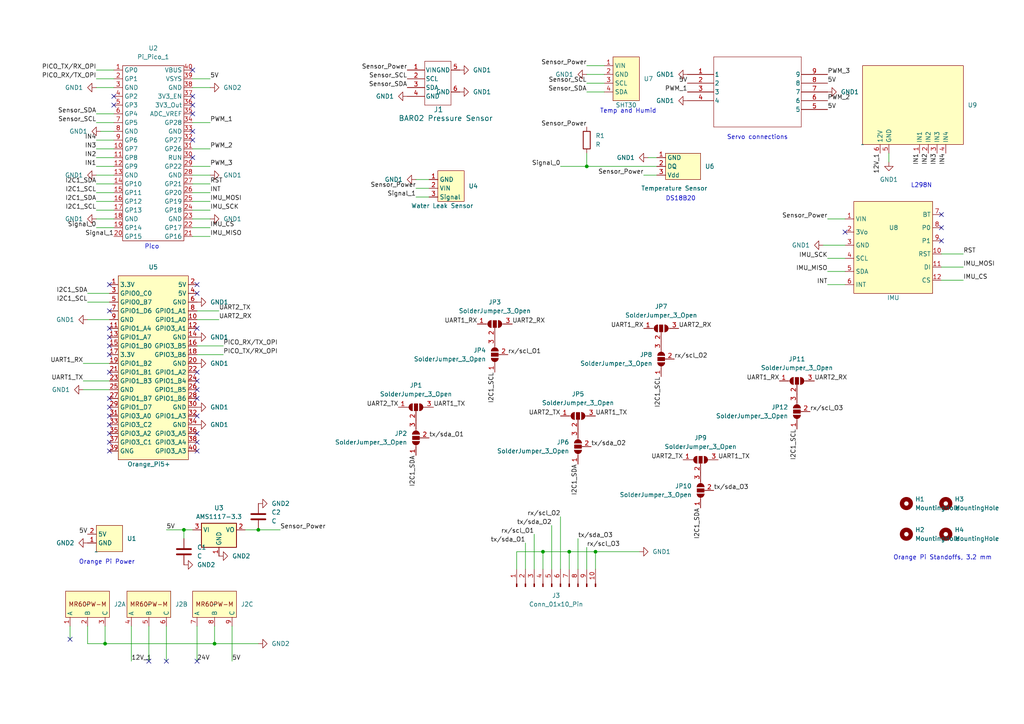
<source format=kicad_sch>
(kicad_sch (version 20231120) (generator "eeschema") (generator_version "8.0")
  (paper "A4")
  (lib_symbols
    (symbol "2024-backplane:MR60PW-M_X3"
      (property "Reference" "J" (at -3.81 11.43 0))
      (symbol "MR60PW-M_X3_1_1"
        (rectangle (start -10.16 10.16) (end 2.54 2.54) (fill (type background)))
        (text "MR60PW-M\n" (at -3.81 6.35 0) (effects (font (size 1.27 1.27))))
        (pin bidirectional line (at -8.89 0 90) (length 2.54) (name "A") (number "1"))
        (pin bidirectional line (at -3.81 0 90) (length 2.54) (name "B") (number "2"))
        (pin bidirectional line (at 1.27 0 90) (length 2.54) (name "C") (number "3"))
      )
      (symbol "MR60PW-M_X3_2_1"
        (rectangle (start -10.16 10.16) (end 2.54 2.54) (fill (type background)))
        (text "MR60PW-M\n" (at -3.81 6.35 0) (effects (font (size 1.27 1.27))))
        (pin bidirectional line (at -8.89 0 90) (length 2.54) (name "A") (number "4"))
        (pin bidirectional line (at -3.81 0 90) (length 2.54) (name "B") (number "5"))
        (pin bidirectional line (at 1.27 0 90) (length 2.54) (name "C") (number "6"))
      )
      (symbol "MR60PW-M_X3_3_1"
        (rectangle (start -10.16 10.16) (end 2.54 2.54) (fill (type background)))
        (text "MR60PW-M\n" (at -3.81 6.35 0) (effects (font (size 1.27 1.27))))
        (pin bidirectional line (at -8.89 0 90) (length 2.54) (name "A") (number "7"))
        (pin bidirectional line (at -3.81 0 90) (length 2.54) (name "B") (number "8"))
        (pin bidirectional line (at 1.27 0 90) (length 2.54) (name "C") (number "9"))
      )
    )
    (symbol "3x3 90 pin header:TSW-103-08-G-T-RA" (pin_names (offset 0.254))
      (property "Reference" "J" (at 20.32 10.16 0))
      (property "Value" "TSW-103-08-G-T-RA" (at 20.32 7.62 0))
      (symbol "TSW-103-08-G-T-RA_0_1"
        (polyline (pts (xy 7.62 -15.24) (xy 33.02 -15.24)) (stroke (width 0.127)))
        (polyline (pts (xy 7.62 5.08) (xy 7.62 -15.24)) (stroke (width 0.127)))
        (polyline (pts (xy 33.02 -15.24) (xy 33.02 5.08)) (stroke (width 0.127)))
        (polyline (pts (xy 33.02 5.08) (xy 7.62 5.08)) (stroke (width 0.127)))
        (pin unspecified line (at 0 0 0) (length 7.62) (name "1") (number "1"))
        (pin unspecified line (at 0 -2.54 0) (length 7.62) (name "2") (number "2"))
        (pin unspecified line (at 0 -5.08 0) (length 7.62) (name "3") (number "3"))
        (pin unspecified line (at 0 -7.62 0) (length 7.62) (name "4") (number "4"))
        (pin unspecified line (at 40.64 -10.16 180) (length 7.62) (name "5") (number "5"))
        (pin unspecified line (at 40.64 -7.62 180) (length 7.62) (name "6") (number "6"))
        (pin unspecified line (at 40.64 -5.08 180) (length 7.62) (name "7") (number "7"))
        (pin unspecified line (at 40.64 -2.54 180) (length 7.62) (name "8") (number "8"))
        (pin unspecified line (at 40.64 0 180) (length 7.62) (name "9") (number "9"))
      )
    )
    (symbol "Connector:Conn_01x10_Pin" (pin_names (offset 1.016) hide)
      (property "Reference" "J" (at 0 12.7 0))
      (property "Value" "Conn_01x10_Pin" (at 0 -15.24 0))
      (symbol "Conn_01x10_Pin_1_1"
        (polyline (pts (xy 1.27 -12.7) (xy 0.8636 -12.7)) (stroke (width 0.1524)))
        (polyline (pts (xy 1.27 -10.16) (xy 0.8636 -10.16)) (stroke (width 0.1524)))
        (polyline (pts (xy 1.27 -7.62) (xy 0.8636 -7.62)) (stroke (width 0.1524)))
        (polyline (pts (xy 1.27 -5.08) (xy 0.8636 -5.08)) (stroke (width 0.1524)))
        (polyline (pts (xy 1.27 -2.54) (xy 0.8636 -2.54)) (stroke (width 0.1524)))
        (polyline (pts (xy 1.27 0) (xy 0.8636 0)) (stroke (width 0.1524)))
        (polyline (pts (xy 1.27 2.54) (xy 0.8636 2.54)) (stroke (width 0.1524)))
        (polyline (pts (xy 1.27 5.08) (xy 0.8636 5.08)) (stroke (width 0.1524)))
        (polyline (pts (xy 1.27 7.62) (xy 0.8636 7.62)) (stroke (width 0.1524)))
        (polyline (pts (xy 1.27 10.16) (xy 0.8636 10.16)) (stroke (width 0.1524)))
        (rectangle (start 0.8636 -12.573) (end 0 -12.827) (stroke (width 0.1524)) (fill (type outline)))
        (rectangle (start 0.8636 -10.033) (end 0 -10.287) (stroke (width 0.1524)) (fill (type outline)))
        (rectangle (start 0.8636 -7.493) (end 0 -7.747) (stroke (width 0.1524)) (fill (type outline)))
        (rectangle (start 0.8636 -4.953) (end 0 -5.207) (stroke (width 0.1524)) (fill (type outline)))
        (rectangle (start 0.8636 -2.413) (end 0 -2.667) (stroke (width 0.1524)) (fill (type outline)))
        (rectangle (start 0.8636 0.127) (end 0 -0.127) (stroke (width 0.1524)) (fill (type outline)))
        (rectangle (start 0.8636 2.667) (end 0 2.413) (stroke (width 0.1524)) (fill (type outline)))
        (rectangle (start 0.8636 5.207) (end 0 4.953) (stroke (width 0.1524)) (fill (type outline)))
        (rectangle (start 0.8636 7.747) (end 0 7.493) (stroke (width 0.1524)) (fill (type outline)))
        (rectangle (start 0.8636 10.287) (end 0 10.033) (stroke (width 0.1524)) (fill (type outline)))
        (pin passive line (at 5.08 10.16 180) (length 3.81) (name "Pin_1") (number "1"))
        (pin passive line (at 5.08 -12.7 180) (length 3.81) (name "Pin_10") (number "10"))
        (pin passive line (at 5.08 7.62 180) (length 3.81) (name "Pin_2") (number "2"))
        (pin passive line (at 5.08 5.08 180) (length 3.81) (name "Pin_3") (number "3"))
        (pin passive line (at 5.08 2.54 180) (length 3.81) (name "Pin_4") (number "4"))
        (pin passive line (at 5.08 0 180) (length 3.81) (name "Pin_5") (number "5"))
        (pin passive line (at 5.08 -2.54 180) (length 3.81) (name "Pin_6") (number "6"))
        (pin passive line (at 5.08 -5.08 180) (length 3.81) (name "Pin_7") (number "7"))
        (pin passive line (at 5.08 -7.62 180) (length 3.81) (name "Pin_8") (number "8"))
        (pin passive line (at 5.08 -10.16 180) (length 3.81) (name "Pin_9") (number "9"))
      )
    )
    (symbol "Device:C" (pin_numbers hide) (pin_names (offset 0.254))
      (property "Reference" "C" (at 0.635 2.54 0))
      (property "Value" "C" (at 0.635 -2.54 0))
      (symbol "C_0_1"
        (polyline (pts (xy -2.032 -0.762) (xy 2.032 -0.762)) (stroke (width 0.508)))
        (polyline (pts (xy -2.032 0.762) (xy 2.032 0.762)) (stroke (width 0.508)))
      )
      (symbol "C_1_1"
        (pin passive line (at 0 3.81 270) (length 2.794) (name "~") (number "1"))
        (pin passive line (at 0 -3.81 90) (length 2.794) (name "~") (number "2"))
      )
    )
    (symbol "Device:R" (pin_numbers hide) (pin_names (offset 0))
      (property "Reference" "R" (at 2.032 0 90))
      (property "Value" "R" (at 0 0 90))
      (symbol "R_0_1"
        (rectangle (start -1.016 -2.54) (end 1.016 2.54) (stroke (width 0.254)))
      )
      (symbol "R_1_1"
        (pin passive line (at 0 3.81 270) (length 1.27) (name "~") (number "1"))
        (pin passive line (at 0 -3.81 90) (length 1.27) (name "~") (number "2"))
      )
    )
    (symbol "JST connector:SM04B-GHS-TB" (pin_names (offset 0.254))
      (property "Reference" "J1" (at 7.62 -11.43 0))
      (property "Value" "BAR02 Pressure Sensor" (at -2.54 -13.97 0))
      (symbol "SM04B-GHS-TB_1_1"
        (polyline (pts (xy 5.08 -10.16) (xy 12.7 -10.16)) (stroke (width 0.127)))
        (polyline (pts (xy 5.08 2.54) (xy 5.08 -10.16)) (stroke (width 0.127)))
        (polyline (pts (xy 12.7 -10.16) (xy 12.7 2.54)) (stroke (width 0.127)))
        (polyline (pts (xy 12.7 2.54) (xy 5.08 2.54)) (stroke (width 0.127)))
        (pin input line (at 0 0 0) (length 5.08) (name "VIN") (number "1"))
        (pin bidirectional line (at 0 -2.54 0) (length 5.08) (name "SCL") (number "2"))
        (pin bidirectional line (at 0 -5.08 0) (length 5.08) (name "SDA") (number "3"))
        (pin output line (at 0 -7.62 0) (length 5.08) (name "GND") (number "4"))
        (pin output line (at 15.24 0 180) (length 2.54) (name "GND") (number "5"))
        (pin output line (at 15.24 -6.35 180) (length 2.54) (name "GND") (number "6"))
      )
      (symbol "SM04B-GHS-TB_1_2"
        (polyline (pts (xy 5.08 -10.16) (xy 12.7 -10.16)) (stroke (width 0.127)))
        (polyline (pts (xy 5.08 2.54) (xy 5.08 -10.16)) (stroke (width 0.127)))
        (polyline (pts (xy 7.62 -7.62) (xy 5.08 -7.62)) (stroke (width 0.127)))
        (polyline (pts (xy 7.62 -7.62) (xy 8.89 -8.4667)) (stroke (width 0.127)))
        (polyline (pts (xy 7.62 -7.62) (xy 8.89 -6.7733)) (stroke (width 0.127)))
        (polyline (pts (xy 7.62 -5.08) (xy 5.08 -5.08)) (stroke (width 0.127)))
        (polyline (pts (xy 7.62 -5.08) (xy 8.89 -5.9267)) (stroke (width 0.127)))
        (polyline (pts (xy 7.62 -5.08) (xy 8.89 -4.2333)) (stroke (width 0.127)))
        (polyline (pts (xy 7.62 -2.54) (xy 5.08 -2.54)) (stroke (width 0.127)))
        (polyline (pts (xy 7.62 -2.54) (xy 8.89 -3.3867)) (stroke (width 0.127)))
        (polyline (pts (xy 7.62 -2.54) (xy 8.89 -1.6933)) (stroke (width 0.127)))
        (polyline (pts (xy 7.62 0) (xy 5.08 0)) (stroke (width 0.127)))
        (polyline (pts (xy 7.62 0) (xy 8.89 -0.8467)) (stroke (width 0.127)))
        (polyline (pts (xy 7.62 0) (xy 8.89 0.8467)) (stroke (width 0.127)))
        (polyline (pts (xy 12.7 -10.16) (xy 12.7 2.54)) (stroke (width 0.127)))
        (polyline (pts (xy 12.7 2.54) (xy 5.08 2.54)) (stroke (width 0.127)))
        (pin unspecified line (at 0 0 0) (length 5.08) (name "1") (number "1"))
        (pin unspecified line (at 0 -2.54 0) (length 5.08) (name "2") (number "2"))
        (pin unspecified line (at 0 -5.08 0) (length 5.08) (name "3") (number "3"))
        (pin unspecified line (at 0 -7.62 0) (length 5.08) (name "4") (number "4"))
      )
    )
    (symbol "Jumper:SolderJumper_3_Open" (pin_names (offset 0) hide)
      (property "Reference" "JP" (at -2.54 -2.54 0))
      (property "Value" "SolderJumper_3_Open" (at 0 2.794 0))
      (symbol "SolderJumper_3_Open_0_1"
        (arc (start -1.016 1.016) (mid -2.0276 0) (end -1.016 -1.016))
        (arc (start -1.016 1.016) (mid -2.0276 0) (end -1.016 -1.016) (fill (type outline)))
        (rectangle (start -0.508 1.016) (end 0.508 -1.016) (fill (type outline)))
        (polyline (pts (xy -2.54 0) (xy -2.032 0)))
        (polyline (pts (xy -1.016 1.016) (xy -1.016 -1.016)))
        (polyline (pts (xy 0 -1.27) (xy 0 -1.016)))
        (polyline (pts (xy 1.016 1.016) (xy 1.016 -1.016)))
        (polyline (pts (xy 2.54 0) (xy 2.032 0)))
        (arc (start 1.016 -1.016) (mid 2.0276 0) (end 1.016 1.016))
        (arc (start 1.016 -1.016) (mid 2.0276 0) (end 1.016 1.016) (fill (type outline)))
      )
      (symbol "SolderJumper_3_Open_1_1"
        (pin passive line (at -5.08 0 0) (length 2.54) (name "A") (number "1"))
        (pin passive line (at 0 -3.81 90) (length 2.54) (name "C") (number "2"))
        (pin passive line (at 5.08 0 180) (length 2.54) (name "B") (number "3"))
      )
    )
    (symbol "Mechanical:MountingHole" (pin_names (offset 1.016))
      (property "Reference" "H" (at 0 5.08 0))
      (property "Value" "MountingHole" (at 0 3.175 0))
      (symbol "MountingHole_0_1"
        (circle (center 0 0) (radius 1.27) (stroke (width 1.27)))
      )
    )
    (symbol "Orange_Pi5+_GPIO:2x40_GPIO"
      (property "Reference" "U" (at 8.89 55.88 0))
      (symbol "2x40_GPIO_1_1"
        (rectangle (start 0 53.34) (end 20.32 0) (fill (type background)))
        (pin output line (at -2.54 50.8 0) (length 2.54) (name "3.3V") (number "1"))
        (pin bidirectional line (at 22.86 40.64 180) (length 2.54) (name "GPIO1_A0") (number "10"))
        (pin bidirectional line (at -2.54 38.1 0) (length 2.54) (name "GPIO1_A4") (number "11"))
        (pin bidirectional line (at 22.86 38.1 180) (length 2.54) (name "GPIO3_A1") (number "12"))
        (pin bidirectional line (at -2.54 35.56 0) (length 2.54) (name "GPIO1_A7") (number "13"))
        (pin input line (at 22.86 35.56 180) (length 2.54) (name "GND") (number "14"))
        (pin bidirectional line (at -2.54 33.02 0) (length 2.54) (name "GPIO1_B0") (number "15"))
        (pin bidirectional line (at 22.86 33.02 180) (length 2.54) (name "GPIO3_B5") (number "16"))
        (pin output line (at -2.54 30.48 0) (length 2.54) (name "3.3V") (number "17"))
        (pin bidirectional line (at 22.86 30.48 180) (length 2.54) (name "GPIO3_B6") (number "18"))
        (pin bidirectional line (at -2.54 27.94 0) (length 2.54) (name "GPIO1_B2") (number "19"))
        (pin output line (at 22.86 50.8 180) (length 2.54) (name "5V") (number "2"))
        (pin input line (at 22.86 27.94 180) (length 2.54) (name "GND") (number "20"))
        (pin bidirectional line (at -2.54 25.4 0) (length 2.54) (name "GPIO1_B1") (number "21"))
        (pin bidirectional line (at 22.86 25.4 180) (length 2.54) (name "GPIO1_A2") (number "22"))
        (pin bidirectional line (at -2.54 22.86 0) (length 2.54) (name "GPIO1_B3") (number "23"))
        (pin bidirectional line (at 22.86 22.86 180) (length 2.54) (name "GPIO1_B4") (number "24"))
        (pin input line (at -2.54 20.32 0) (length 2.54) (name "GND") (number "25"))
        (pin bidirectional line (at 22.86 20.32 180) (length 2.54) (name "GPIO1_B5") (number "26"))
        (pin bidirectional line (at -2.54 17.78 0) (length 2.54) (name "GPIO1_B7") (number "27"))
        (pin bidirectional line (at 22.86 17.78 180) (length 2.54) (name "GPIO1_B6") (number "28"))
        (pin bidirectional line (at -2.54 15.24 0) (length 2.54) (name "GPIO1_D7") (number "29"))
        (pin bidirectional line (at -2.54 48.26 0) (length 2.54) (name "GPIO0_C0") (number "3"))
        (pin input line (at 22.86 15.24 180) (length 2.54) (name "GND") (number "30"))
        (pin bidirectional line (at -2.54 12.7 0) (length 2.54) (name "GPIO3_A0") (number "31"))
        (pin bidirectional line (at 22.86 12.7 180) (length 2.54) (name "GPIO1_A3") (number "32"))
        (pin bidirectional line (at -2.54 10.16 0) (length 2.54) (name "GPIO3_C2") (number "33"))
        (pin input line (at 22.86 10.16 180) (length 2.54) (name "GND") (number "34"))
        (pin bidirectional line (at -2.54 7.62 0) (length 2.54) (name "GPIO3_A2") (number "35"))
        (pin bidirectional line (at 22.86 7.62 180) (length 2.54) (name "GPIO3_A5") (number "36"))
        (pin bidirectional line (at -2.54 5.08 0) (length 2.54) (name "GPIO3_C1") (number "37"))
        (pin bidirectional line (at 22.86 5.08 180) (length 2.54) (name "GPIO3_A4") (number "38"))
        (pin input line (at -2.54 2.54 0) (length 2.54) (name "GNG") (number "39"))
        (pin output line (at 22.86 48.26 180) (length 2.54) (name "5V") (number "4"))
        (pin bidirectional line (at 22.86 2.54 180) (length 2.54) (name "GPIO3_A3") (number "40"))
        (pin bidirectional line (at -2.54 45.72 0) (length 2.54) (name "GPIO0_B7") (number "5"))
        (pin input line (at 22.86 45.72 180) (length 2.54) (name "GND") (number "6"))
        (pin bidirectional line (at -2.54 43.18 0) (length 2.54) (name "GPIO1_D6") (number "7"))
        (pin bidirectional line (at 22.86 43.18 180) (length 2.54) (name "GPIO1_A1") (number "8"))
        (pin input line (at -2.54 40.64 0) (length 2.54) (name "GND") (number "9"))
      )
    )
    (symbol "Orange_Pi5+_GPIO:Power_Out"
      (property "Reference" "U1" (at 8.89 3.81 0))
      (property "Value" "~" (at 0 0 0))
      (symbol "Power_Out_1_1"
        (rectangle (start 0 7.62) (end 7.62 0) (fill (type background)))
        (pin input line (at -2.54 2.54 0) (length 2.54) (name "GND") (number "1"))
        (pin output line (at -2.54 5.08 0) (length 2.54) (name "5V") (number "2"))
      )
    )
    (symbol "Pi_Pico:Pi_Pico_1"
      (property "Reference" "U" (at 0 19.05 0))
      (property "Value" "Pi_Pico_1" (at 0 0 0))
      (symbol "Pi_Pico_1_0_1"
        (rectangle (start -8.89 17.78) (end 8.89 -33.02))
      )
      (symbol "Pi_Pico_1_1_1"
        (pin bidirectional line (at -11.43 16.51 0) (length 2.54) (name "GP0") (number "1"))
        (pin bidirectional line (at -11.43 -6.35 0) (length 2.54) (name "GP7") (number "10"))
        (pin bidirectional line (at -11.43 -8.89 0) (length 2.54) (name "GP8") (number "11"))
        (pin bidirectional line (at -11.43 -11.43 0) (length 2.54) (name "GP9") (number "12"))
        (pin power_in line (at -11.43 -13.97 0) (length 2.54) (name "GND") (number "13"))
        (pin bidirectional line (at -11.43 -16.51 0) (length 2.54) (name "GP10") (number "14"))
        (pin bidirectional line (at -11.43 -19.05 0) (length 2.54) (name "GP11") (number "15"))
        (pin bidirectional line (at -11.43 -21.59 0) (length 2.54) (name "GP12") (number "16"))
        (pin bidirectional line (at -11.43 -24.13 0) (length 2.54) (name "GP13") (number "17"))
        (pin power_in line (at -11.43 -26.67 0) (length 2.54) (name "GND") (number "18"))
        (pin bidirectional line (at -11.43 -29.21 0) (length 2.54) (name "GP14") (number "19"))
        (pin bidirectional line (at -11.43 13.97 0) (length 2.54) (name "GP1") (number "2"))
        (pin bidirectional line (at -11.43 -31.75 0) (length 2.54) (name "GP15") (number "20"))
        (pin bidirectional line (at 11.43 -31.75 180) (length 2.54) (name "GP16") (number "21"))
        (pin bidirectional line (at 11.43 -29.21 180) (length 2.54) (name "GP17") (number "22"))
        (pin power_in line (at 11.43 -26.67 180) (length 2.54) (name "GND") (number "23"))
        (pin bidirectional line (at 11.43 -24.13 180) (length 2.54) (name "GP18") (number "24"))
        (pin bidirectional line (at 11.43 -21.59 180) (length 2.54) (name "GP19") (number "25"))
        (pin bidirectional line (at 11.43 -19.05 180) (length 2.54) (name "GP20") (number "26"))
        (pin bidirectional line (at 11.43 -16.51 180) (length 2.54) (name "GP21") (number "27"))
        (pin power_in line (at 11.43 -13.97 180) (length 2.54) (name "GND") (number "28"))
        (pin bidirectional line (at 11.43 -11.43 180) (length 2.54) (name "GP22") (number "29"))
        (pin power_in line (at -11.43 11.43 0) (length 2.54) (name "GND") (number "3"))
        (pin input line (at 11.43 -8.89 180) (length 2.54) (name "RUN") (number "30"))
        (pin bidirectional line (at 11.43 -6.35 180) (length 2.54) (name "GP26") (number "31"))
        (pin bidirectional line (at 11.43 -3.81 180) (length 2.54) (name "GP27") (number "32"))
        (pin power_in line (at 11.43 -1.27 180) (length 2.54) (name "GND") (number "33"))
        (pin bidirectional line (at 11.43 1.27 180) (length 2.54) (name "GP28") (number "34"))
        (pin bidirectional line (at 11.43 3.81 180) (length 2.54) (name "ADC_VREF") (number "35"))
        (pin power_out line (at 11.43 6.35 180) (length 2.54) (name "3V3_Out") (number "36"))
        (pin input line (at 11.43 8.89 180) (length 2.54) (name "3V3_EN") (number "37"))
        (pin power_in line (at 11.43 11.43 180) (length 2.54) (name "GND") (number "38"))
        (pin power_in line (at 11.43 13.97 180) (length 2.54) (name "VSYS") (number "39"))
        (pin bidirectional line (at -11.43 8.89 0) (length 2.54) (name "GP2") (number "4"))
        (pin power_in line (at 11.43 16.51 180) (length 2.54) (name "VBUS") (number "40"))
        (pin bidirectional line (at -11.43 6.35 0) (length 2.54) (name "GP3") (number "5"))
        (pin bidirectional line (at -11.43 3.81 0) (length 2.54) (name "GP4") (number "6"))
        (pin bidirectional line (at -11.43 1.27 0) (length 2.54) (name "GP5") (number "7"))
        (pin power_in line (at -11.43 -1.27 0) (length 2.54) (name "GND") (number "8"))
        (pin bidirectional line (at -11.43 -3.81 0) (length 2.54) (name "GP6") (number "9"))
      )
    )
    (symbol "Regulator_Linear:AMS1117-3.3"
      (property "Reference" "U" (at -3.81 3.175 0))
      (property "Value" "AMS1117-3.3" (at 0 3.175 0))
      (symbol "AMS1117-3.3_0_1"
        (rectangle (start -5.08 -5.08) (end 5.08 1.905) (stroke (width 0.254)) (fill (type background)))
      )
      (symbol "AMS1117-3.3_1_1"
        (pin power_in line (at 0 -7.62 90) (length 2.54) (name "GND") (number "1"))
        (pin power_out line (at 7.62 0 180) (length 2.54) (name "VO") (number "2"))
        (pin power_in line (at -7.62 0 0) (length 2.54) (name "VI") (number "3"))
      )
    )
    (symbol "Sensors&Servos:DS18B20"
      (property "Reference" "U" (at 2.54 8.89 0))
      (symbol "DS18B20_1_1"
        (rectangle (start 0 7.62) (end 10.16 0) (fill (type background)))
        (pin output line (at -2.54 6.35 0) (length 2.54) (name "GND") (number "1"))
        (pin bidirectional line (at -2.54 3.81 0) (length 2.54) (name "DQ") (number "2"))
        (pin input line (at -2.54 1.27 0) (length 2.54) (name "Vdd") (number "3"))
      )
    )
    (symbol "Sensors&Servos:IMU"
      (property "Reference" "U" (at 11.43 29.21 0))
      (symbol "IMU_1_1"
        (rectangle (start 0 26.67) (end 22.86 0) (fill (type background)))
        (pin input line (at -2.54 21.59 0) (length 2.54) (name "VIN") (number "1"))
        (pin bidirectional line (at 25.4 11.43 180) (length 2.54) (name "RST") (number "10"))
        (pin bidirectional line (at 25.4 7.62 180) (length 2.54) (name "DI") (number "11"))
        (pin bidirectional line (at 25.4 3.81 180) (length 2.54) (name "CS") (number "12"))
        (pin input line (at -2.54 17.78 0) (length 2.54) (name "3Vo") (number "2"))
        (pin output line (at -2.54 13.97 0) (length 2.54) (name "GND") (number "3"))
        (pin bidirectional line (at -2.54 10.16 0) (length 2.54) (name "SCL") (number "4"))
        (pin bidirectional line (at -2.54 6.35 0) (length 2.54) (name "SDA") (number "5"))
        (pin bidirectional line (at -2.54 2.54 0) (length 2.54) (name "INT") (number "6"))
        (pin bidirectional line (at 25.4 22.86 180) (length 2.54) (name "BT") (number "7"))
        (pin bidirectional line (at 25.4 19.05 180) (length 2.54) (name "P0") (number "8"))
        (pin bidirectional line (at 25.4 15.24 180) (length 2.54) (name "P1") (number "9"))
      )
    )
    (symbol "Sensors&Servos:L298N_pins"
      (property "Reference" "U11" (at 11.43 15.24 0))
      (property "Value" "~" (at 0 0 0))
      (symbol "L298N_pins_1_1"
        (rectangle (start 0 22.86) (end 29.21 0) (fill (type background)))
        (pin bidirectional line (at 16.51 -2.54 90) (length 2.54) (name "IN1") (number "1"))
        (pin bidirectional line (at 19.05 -2.54 90) (length 2.54) (name "IN2") (number "2"))
        (pin bidirectional line (at 21.59 -2.54 90) (length 2.54) (name "IN3") (number "3"))
        (pin bidirectional line (at 24.13 -2.54 90) (length 2.54) (name "IN4") (number "4"))
        (pin output line (at 7.62 -2.54 90) (length 2.54) (name "GND") (number "5"))
        (pin input line (at 5.08 -2.54 90) (length 2.54) (name "12V") (number "6"))
      )
    )
    (symbol "Sensors&Servos:Temp_Humidity"
      (property "Reference" "U" (at 3.81 13.97 0))
      (symbol "Temp_Humidity_1_1"
        (rectangle (start 0 12.7) (end 7.62 0) (fill (type background)))
        (pin input line (at -2.54 10.16 0) (length 2.54) (name "VIN") (number "1"))
        (pin output line (at -2.54 7.62 0) (length 2.54) (name "GND") (number "2"))
        (pin bidirectional line (at -2.54 5.08 0) (length 2.54) (name "SCL") (number "3"))
        (pin bidirectional line (at -2.54 2.54 0) (length 2.54) (name "SDA") (number "4"))
      )
    )
    (symbol "Sensors&Servos:Water_Leak"
      (property "Reference" "U5" (at 8.89 4.445 0))
      (property "Value" "Water Level Sensor" (at 2.54 -1.27 0))
      (symbol "Water_Leak_1_1"
        (rectangle (start 0 8.89) (end 7.62 0) (fill (type background)))
        (pin output line (at -2.54 6.35 0) (length 2.54) (name "GND") (number "1"))
        (pin input line (at -2.54 3.81 0) (length 2.54) (name "VIN") (number "2"))
        (pin bidirectional line (at -2.54 1.27 0) (length 2.54) (name "Signal") (number "3"))
      )
    )
    (symbol "power:GND1" (power) (pin_names (offset 0))
      (property "Value" "GND1" (at 0 -3.81 0))
      (symbol "GND1_0_1"
        (polyline (pts (xy 0 0) (xy 0 -1.27) (xy 1.27 -1.27) (xy 0 -2.54) (xy -1.27 -1.27) (xy 0 -1.27)))
      )
      (symbol "GND1_1_1"
        (pin power_in line (at 0 0 270) (length 0) hide (name "GND1") (number "1"))
      )
    )
    (symbol "power:GND2" (power) (pin_names (offset 0))
      (property "Value" "GND2" (at 0 -3.81 0))
      (symbol "GND2_0_1"
        (polyline (pts (xy 0 0) (xy 0 -1.27) (xy 1.27 -1.27) (xy 0 -2.54) (xy -1.27 -1.27) (xy 0 -1.27)))
      )
      (symbol "GND2_1_1"
        (pin power_in line (at 0 0 270) (length 0) hide (name "GND2") (number "1"))
      )
    )
  )
  (junction (at 172.72 160.02))
  (junction (at 170.18 48.26))
  (junction (at 53.34 153.67))
  (junction (at 74.93 153.67))
  (junction (at 62.23 186.69))
  (junction (at 157.48 160.02))
  (junction (at 30.48 186.69))
  (junction (at 165.1 160.02))
  (no_connect (at 57.15 113.03))
  (no_connect (at 57.15 115.57))
  (no_connect (at 57.15 110.49))
  (no_connect (at 48.26 191.77))
  (no_connect (at 245.11 67.31))
  (no_connect (at 55.88 40.64))
  (no_connect (at 31.75 130.81))
  (no_connect (at 31.75 102.87))
  (no_connect (at 31.75 97.79))
  (no_connect (at 33.02 27.94))
  (no_connect (at 273.05 69.85))
  (no_connect (at 31.75 125.73))
  (no_connect (at 57.15 82.55))
  (no_connect (at 43.18 191.77))
  (no_connect (at 57.15 191.77))
  (no_connect (at 57.15 128.27))
  (no_connect (at 55.88 30.48))
  (no_connect (at 55.88 38.1))
  (no_connect (at 57.15 125.73))
  (no_connect (at 31.75 120.65))
  (no_connect (at 55.88 27.94))
  (no_connect (at 20.32 185.42))
  (no_connect (at 55.88 20.32))
  (no_connect (at 273.05 62.23))
  (no_connect (at 31.75 118.11))
  (no_connect (at 57.15 85.09))
  (no_connect (at 273.05 66.04))
  (no_connect (at 55.88 45.72))
  (no_connect (at 31.75 115.57))
  (no_connect (at 31.75 123.19))
  (no_connect (at 31.75 95.25))
  (no_connect (at 33.02 30.48))
  (no_connect (at 31.75 100.33))
  (no_connect (at 57.15 130.81))
  (no_connect (at 57.15 120.65))
  (no_connect (at 55.88 33.02))
  (no_connect (at 57.15 107.95))
  (no_connect (at 31.75 82.55))
  (no_connect (at 57.15 95.25))
  (no_connect (at 31.75 107.95))
  (no_connect (at 31.75 128.27))
  (no_connect (at 31.75 90.17))
  (wire (pts (xy 162.56 149.86) (xy 162.56 165.1)))
  (wire (pts (xy 165.1 160.02) (xy 172.72 160.02)))
  (wire (pts (xy 30.48 186.69) (xy 62.23 186.69)))
  (wire (pts (xy 27.94 20.32) (xy 33.02 20.32)))
  (wire (pts (xy 57.15 102.87) (xy 64.77 102.87)))
  (wire (pts (xy 170.18 48.26) (xy 190.5 48.26)))
  (wire (pts (xy 257.81 46.99) (xy 257.81 44.45)))
  (wire (pts (xy 53.34 153.67) (xy 53.34 156.21)))
  (wire (pts (xy 55.88 25.4) (xy 60.96 25.4)))
  (wire (pts (xy 160.02 152.4) (xy 160.02 165.1)))
  (wire (pts (xy 62.23 186.69) (xy 74.93 186.69)))
  (wire (pts (xy 167.64 156.21) (xy 167.64 165.1)))
  (wire (pts (xy 120.65 57.15) (xy 124.46 57.15)))
  (wire (pts (xy 55.88 55.88) (xy 60.96 55.88)))
  (wire (pts (xy 55.88 58.42) (xy 60.96 58.42)))
  (wire (pts (xy 27.94 55.88) (xy 33.02 55.88)))
  (wire (pts (xy 170.18 21.59) (xy 175.26 21.59)))
  (wire (pts (xy 27.94 60.96) (xy 33.02 60.96)))
  (wire (pts (xy 157.48 160.02) (xy 157.48 165.1)))
  (wire (pts (xy 55.88 60.96) (xy 60.96 60.96)))
  (wire (pts (xy 27.94 58.42) (xy 33.02 58.42)))
  (wire (pts (xy 279.4 81.28) (xy 273.05 81.28)))
  (wire (pts (xy 27.94 40.64) (xy 33.02 40.64)))
  (wire (pts (xy 240.03 78.74) (xy 245.11 78.74)))
  (wire (pts (xy 27.94 25.4) (xy 33.02 25.4)))
  (wire (pts (xy 172.72 160.02) (xy 185.42 160.02)))
  (wire (pts (xy 238.76 71.12) (xy 245.11 71.12)))
  (wire (pts (xy 170.18 24.13) (xy 175.26 24.13)))
  (wire (pts (xy 170.18 26.67) (xy 175.26 26.67)))
  (wire (pts (xy 43.18 181.61) (xy 43.18 191.77)))
  (wire (pts (xy 55.88 68.58) (xy 60.96 68.58)))
  (wire (pts (xy 27.94 50.8) (xy 33.02 50.8)))
  (wire (pts (xy 279.4 77.47) (xy 273.05 77.47)))
  (wire (pts (xy 25.4 186.69) (xy 30.48 186.69)))
  (wire (pts (xy 25.4 181.61) (xy 25.4 186.69)))
  (wire (pts (xy 71.12 153.67) (xy 74.93 153.67)))
  (wire (pts (xy 240.03 63.5) (xy 245.11 63.5)))
  (wire (pts (xy 27.94 33.02) (xy 33.02 33.02)))
  (wire (pts (xy 240.03 82.55) (xy 245.11 82.55)))
  (wire (pts (xy 62.23 181.61) (xy 62.23 186.69)))
  (wire (pts (xy 154.94 154.94) (xy 154.94 165.1)))
  (wire (pts (xy 29.21 38.1) (xy 33.02 38.1)))
  (wire (pts (xy 27.94 43.18) (xy 33.02 43.18)))
  (wire (pts (xy 55.88 66.04) (xy 60.96 66.04)))
  (wire (pts (xy 57.15 90.17) (xy 63.5 90.17)))
  (wire (pts (xy 240.03 74.93) (xy 245.11 74.93)))
  (wire (pts (xy 157.48 160.02) (xy 165.1 160.02)))
  (wire (pts (xy 60.96 43.18) (xy 55.88 43.18)))
  (wire (pts (xy 24.13 105.41) (xy 31.75 105.41)))
  (wire (pts (xy 25.4 92.71) (xy 31.75 92.71)))
  (wire (pts (xy 27.94 66.04) (xy 33.02 66.04)))
  (wire (pts (xy 162.56 48.26) (xy 170.18 48.26)))
  (wire (pts (xy 30.48 181.61) (xy 30.48 186.69)))
  (wire (pts (xy 24.13 113.03) (xy 31.75 113.03)))
  (wire (pts (xy 24.13 110.49) (xy 31.75 110.49)))
  (wire (pts (xy 25.4 87.63) (xy 31.75 87.63)))
  (wire (pts (xy 27.94 45.72) (xy 33.02 45.72)))
  (wire (pts (xy 27.94 35.56) (xy 33.02 35.56)))
  (wire (pts (xy 53.34 153.67) (xy 55.88 153.67)))
  (wire (pts (xy 27.94 53.34) (xy 33.02 53.34)))
  (wire (pts (xy 27.94 22.86) (xy 33.02 22.86)))
  (wire (pts (xy 120.65 52.07) (xy 124.46 52.07)))
  (wire (pts (xy 57.15 92.71) (xy 63.5 92.71)))
  (wire (pts (xy 60.96 35.56) (xy 55.88 35.56)))
  (wire (pts (xy 170.18 158.75) (xy 170.18 165.1)))
  (wire (pts (xy 187.96 45.72) (xy 190.5 45.72)))
  (wire (pts (xy 38.1 181.61) (xy 38.1 191.77)))
  (wire (pts (xy 120.65 54.61) (xy 124.46 54.61)))
  (wire (pts (xy 25.4 85.09) (xy 31.75 85.09)))
  (wire (pts (xy 20.32 181.61) (xy 20.32 185.42)))
  (wire (pts (xy 55.88 53.34) (xy 60.96 53.34)))
  (wire (pts (xy 170.18 19.05) (xy 175.26 19.05)))
  (wire (pts (xy 27.94 63.5) (xy 33.02 63.5)))
  (wire (pts (xy 48.26 181.61) (xy 48.26 191.77)))
  (wire (pts (xy 172.72 160.02) (xy 172.72 165.1)))
  (wire (pts (xy 55.88 48.26) (xy 60.96 48.26)))
  (wire (pts (xy 170.18 44.45) (xy 170.18 48.26)))
  (wire (pts (xy 186.69 50.8) (xy 190.5 50.8)))
  (wire (pts (xy 152.4 157.48) (xy 152.4 165.1)))
  (wire (pts (xy 57.15 181.61) (xy 57.15 191.77)))
  (wire (pts (xy 57.15 100.33) (xy 64.77 100.33)))
  (wire (pts (xy 165.1 160.02) (xy 165.1 165.1)))
  (wire (pts (xy 149.86 160.02) (xy 149.86 165.1)))
  (wire (pts (xy 149.86 160.02) (xy 157.48 160.02)))
  (wire (pts (xy 279.4 73.66) (xy 273.05 73.66)))
  (wire (pts (xy 55.88 50.8) (xy 60.96 50.8)))
  (wire (pts (xy 74.93 153.67) (xy 81.28 153.67)))
  (wire (pts (xy 67.31 181.61) (xy 67.31 191.77)))
  (wire (pts (xy 27.94 48.26) (xy 33.02 48.26)))
  (wire (pts (xy 55.88 63.5) (xy 60.96 63.5)))
  (wire (pts (xy 48.26 153.67) (xy 53.34 153.67)))
  (wire (pts (xy 55.88 22.86) (xy 60.96 22.86)))
  (text "DS18B20\n" (at 193.04 58.42 0) (effects (font (size 1.27 1.27)) (justify left bottom)))
  (text "Orange Pi Power\n" (at 22.86 163.83 0) (effects (font (size 1.27 1.27)) (justify left bottom)))
  (text "Orange Pi Standoffs, 3.2 mm\n" (at 259.08 162.56 0) (effects (font (size 1.27 1.27)) (justify left bottom)))
  (text "Servo connections" (at 210.82 40.64 0) (effects (font (size 1.27 1.27)) (justify left bottom)))
  (text "Temp and Humid\n" (at 173.99 33.02 0) (effects (font (size 1.27 1.27)) (justify left bottom)))
  (text "L298N\n" (at 264.16 54.61 0) (effects (font (size 1.27 1.27)) (justify left bottom)))
  (text "Pico" (at 41.91 72.39 0) (effects (font (size 1.27 1.27)) (justify left bottom)))
  (label "IN4" (at 27.94 40.64 180))
  (label "PICO_TX{slash}RX_OPI" (at 27.94 20.32 180))
  (label "UART2_TX" (at 115.57 118.11 180))
  (label "I2C1_SDA" (at 27.94 58.42 180))
  (label "I2C1_SCL" (at 27.94 55.88 180))
  (label "Sensor_Power" (at 186.69 50.8 180))
  (label "IMU_CS" (at 60.96 66.04 0))
  (label "Sensor_SCL" (at 27.94 35.56 180))
  (label "PWM_3" (at 240.03 21.59 0))
  (label "PWM_1" (at 199.39 26.67 180))
  (label "UART1_TX" (at 208.28 133.35 0))
  (label "I2C1_SCL" (at 27.94 60.96 180))
  (label "PICO_RX{slash}TX_OPI" (at 64.77 100.33 0))
  (label "5V" (at 25.4 154.94 180))
  (label "RST" (at 279.4 73.66 0))
  (label "PWM_3" (at 60.96 48.26 0))
  (label "UART2_RX" (at 63.5 92.71 0))
  (label "UART1_RX" (at 24.13 105.41 180))
  (label "rx{slash}scl_O3" (at 170.18 158.75 0))
  (label "5V" (at 60.96 22.86 0))
  (label "IMU_MISO" (at 240.03 78.74 180))
  (label "rx{slash}scl_O1" (at 154.94 154.94 180))
  (label "INT" (at 60.96 55.88 0))
  (label "IMU_SCK" (at 240.03 74.93 180))
  (label "UART2_RX" (at 196.85 95.25 0))
  (label "UART1_RX" (at 226.06 110.49 180))
  (label "Sensor_SCL" (at 170.18 24.13 180))
  (label "UART2_RX" (at 148.59 93.98 0))
  (label "tx{slash}sda_O2" (at 160.02 152.4 180))
  (label "rx{slash}scl_O2" (at 195.58 104.14 0))
  (label "5V" (at 48.26 153.67 0))
  (label "IN3" (at 271.78 44.45 270))
  (label "I2C1_SDA" (at 120.65 132.08 270))
  (label "24V" (at 57.15 191.77 0))
  (label "UART2_TX" (at 63.5 90.17 0))
  (label "IN2" (at 27.94 45.72 180))
  (label "IMU_MISO" (at 60.96 68.58 0))
  (label "IN1" (at 27.94 48.26 180))
  (label "I2C1_SDA" (at 25.4 85.09 180))
  (label "rx{slash}scl_O3" (at 234.95 119.38 0))
  (label "Signal_0" (at 162.56 48.26 180))
  (label "5V" (at 240.03 24.13 0))
  (label "UART2_RX" (at 236.22 110.49 0))
  (label "12V_1" (at 255.27 44.45 270))
  (label "5V" (at 240.03 31.75 0))
  (label "I2C1_SDA" (at 27.94 53.34 180))
  (label "UART1_RX" (at 186.69 95.25 180))
  (label "IN4" (at 274.32 44.45 270))
  (label "5V" (at 199.39 24.13 180))
  (label "UART1_TX" (at 125.73 118.11 0))
  (label "rx{slash}scl_O1" (at 147.32 102.87 0))
  (label "I2C1_SCL" (at 191.77 109.22 270))
  (label "IN1" (at 266.7 44.45 270))
  (label "I2C1_SDA" (at 203.2 147.32 270))
  (label "IMU_CS" (at 279.4 81.28 0))
  (label "PWM_2" (at 240.03 29.21 0))
  (label "Sensor_Power" (at 118.11 20.32 180))
  (label "INT" (at 240.03 82.55 180))
  (label "I2C1_SDA" (at 167.64 134.62 270))
  (label "tx{slash}sda_O3" (at 207.01 142.24 0))
  (label "Sensor_SDA" (at 27.94 33.02 180))
  (label "PICO_TX{slash}RX_OPI" (at 64.77 102.87 0))
  (label "PICO_RX{slash}TX_OPI" (at 27.94 22.86 180))
  (label "IN3" (at 27.94 43.18 180))
  (label "Signal_1" (at 120.65 57.15 180))
  (label "Sensor_Power" (at 120.65 54.61 180))
  (label "Sensor_Power" (at 240.03 63.5 180))
  (label "IN2" (at 269.24 44.45 270))
  (label "tx{slash}sda_O1" (at 124.46 127 0))
  (label "IMU_MOSI" (at 279.4 77.47 0))
  (label "IMU_SCK" (at 60.96 60.96 0))
  (label "I2C1_SCL" (at 143.51 107.95 270))
  (label "tx{slash}sda_O3" (at 167.64 156.21 0))
  (label "UART1_RX" (at 138.43 93.98 180))
  (label "Sensor_Power" (at 170.18 19.05 180))
  (label "PWM_2" (at 60.96 43.18 0))
  (label "5V" (at 67.31 191.77 0))
  (label "Sensor_SDA" (at 170.18 26.67 180))
  (label "rx{slash}scl_O2" (at 162.56 149.86 180))
  (label "UART1_TX" (at 24.13 110.49 180))
  (label "Signal_0" (at 27.94 66.04 180))
  (label "RST" (at 60.96 53.34 0))
  (label "Sensor_SCL" (at 118.11 22.86 180))
  (label "I2C1_SCL" (at 231.14 124.46 270))
  (label "12V_1" (at 38.1 191.77 0))
  (label "UART2_TX" (at 162.56 120.65 180))
  (label "tx{slash}sda_O1" (at 152.4 157.48 180))
  (label "Sensor_Power" (at 81.28 153.67 0))
  (label "Sensor_SDA" (at 118.11 25.4 180))
  (label "Sensor_Power" (at 170.18 36.83 180))
  (label "tx{slash}sda_O2" (at 171.45 129.54 0))
  (label "PWM_1" (at 60.96 35.56 0))
  (label "I2C1_SCL" (at 25.4 87.63 180))
  (label "IMU_MOSI" (at 60.96 58.42 0))
  (label "UART1_TX" (at 172.72 120.65 0))
  (label "Signal_1" (at 33.02 68.58 180))
  (label "UART2_TX" (at 198.12 133.35 180))
  (symbol (lib_id "Sensors&Servos:L298N_pins") (at 250.19 41.91 0) (unit 1)
    (property "Reference" "U9" (at 280.67 30.48 0) (effects (justify left)))
    (property "Value" "~" (at 250.19 41.91 0))
    (property "Footprint" "MainBoard_Footprints:L298N" (effects (hide yes)))
  )
  (symbol (lib_id "power:GND1") (at 120.65 52.07 270) (unit 1)
    (property "Reference" "#PWR015" (effects (hide yes)))
    (property "Value" "GND1" (at 116.84 52.07 90) (effects (justify right)))
  )
  (symbol (lib_id "Sensors&Servos:DS18B20") (at 193.04 52.07 0) (unit 1)
    (property "Reference" "U6" (at 204.47 48.26 0) (effects (justify left)))
    (property "Value" "Temperature Sensor" (at 195.58 54.61 0))
    (property "Footprint" "Connector_PinHeader_2.54mm:PinHeader_1x03_P2.54mm_Horizontal" (effects (hide yes)))
  )
  (symbol (lib_id "Jumper:SolderJumper_3_Open") (at 231.14 119.38 90) (unit 1)
    (property "Reference" "JP12" (at 228.6 118.11 90) (effects (justify left)))
    (property "Value" "SolderJumper_3_Open" (at 228.6 120.65 90) (effects (justify left)))
    (property "Footprint" "Jumper:SolderJumper-3_P2.0mm_Open_TrianglePad1.0x1.5mm" (effects (hide yes)))
  )
  (symbol (lib_id "power:GND2") (at 74.93 146.05 90) (unit 1)
    (property "Reference" "#PWR014" (effects (hide yes)))
    (property "Value" "GND2" (at 78.74 146.05 90) (effects (justify right)))
  )
  (symbol (lib_id "power:GND1") (at 27.94 25.4 270) (unit 1)
    (property "Reference" "#PWR01" (effects (hide yes)))
    (property "Value" "GND1" (at 24.13 25.4 90) (effects (justify right)))
  )
  (symbol (lib_id "Sensors&Servos:Temp_Humidity") (at 177.8 29.21 0) (unit 1)
    (property "Reference" "U7" (at 186.69 22.86 0) (effects (justify left)))
    (property "Value" "SHT30" (at 181.61 30.48 0))
    (property "Footprint" "MainBoard_Footprints:SHT30" (effects (hide yes)))
  )
  (symbol (lib_id "Jumper:SolderJumper_3_Open") (at 120.65 118.11 0) (unit 1)
    (property "Reference" "JP1" (at 120.65 111.76 0))
    (property "Value" "SolderJumper_3_Open" (at 120.65 114.3 0))
    (property "Footprint" "Jumper:SolderJumper-3_P2.0mm_Open_TrianglePad1.0x1.5mm" (effects (hide yes)))
  )
  (symbol (lib_id "Pi_Pico:Pi_Pico_1") (at 44.45 36.83 0) (unit 1)
    (property "Reference" "U2" (at 44.45 13.97 0))
    (property "Value" "Pi_Pico_1" (at 44.45 16.51 0))
    (property "Footprint" "MainBoard_Footprints:ESP32-S3-Pico" (effects (hide yes)))
  )
  (symbol (lib_id "power:GND1") (at 170.18 21.59 270) (unit 1)
    (property "Reference" "#PWR025" (effects (hide yes)))
    (property "Value" "GND1" (at 166.37 21.59 90) (effects (justify right)))
  )
  (symbol (lib_id "Regulator_Linear:AMS1117-3.3") (at 63.5 153.67 0) (unit 1)
    (property "Reference" "U3" (at 63.5 147.32 0))
    (property "Value" "AMS1117-3.3" (at 63.5 149.86 0))
    (property "Footprint" "Package_TO_SOT_SMD:SOT-223-3_TabPin2" (effects (hide yes)))
    (property "Datasheet" "http://www.advanced-monolithic.com/pdf/ds1117.pdf" (effects (hide yes)))
  )
  (symbol (lib_id "power:GND1") (at 29.21 38.1 270) (unit 1)
    (property "Reference" "#PWR04" (effects (hide yes)))
    (property "Value" "GND1" (at 25.4 38.1 90) (effects (justify right)))
  )
  (symbol (lib_id "power:GND2") (at 25.4 157.48 270) (unit 1)
    (property "Reference" "#PWR05" (effects (hide yes)))
    (property "Value" "GND2" (at 21.59 157.48 90) (effects (justify right)))
  )
  (symbol (lib_id "Jumper:SolderJumper_3_Open") (at 191.77 104.14 90) (unit 1)
    (property "Reference" "JP8" (at 189.23 102.87 90) (effects (justify left)))
    (property "Value" "SolderJumper_3_Open" (at 189.23 105.41 90) (effects (justify left)))
    (property "Footprint" "Jumper:SolderJumper-3_P2.0mm_Open_TrianglePad1.0x1.5mm" (effects (hide yes)))
  )
  (symbol (lib_id "power:GND1") (at 238.76 71.12 270) (unit 1)
    (property "Reference" "#PWR026" (effects (hide yes)))
    (property "Value" "GND1" (at 234.95 71.12 90) (effects (justify right)))
  )
  (symbol (lib_id "power:GND2") (at 74.93 186.69 90) (unit 1)
    (property "Reference" "#PWR024" (effects (hide yes)))
    (property "Value" "GND2" (at 78.74 186.69 90) (effects (justify right)))
  )
  (symbol (lib_id "Connector:Conn_01x10_Pin") (at 160.02 170.18 90) (unit 1)
    (property "Reference" "J3" (at 161.29 172.72 90))
    (property "Value" "Conn_01x10_Pin" (at 161.29 175.26 90))
    (property "Footprint" "MainBoard_Footprints:CardEdge_2x10 (2)" (effects (hide yes)))
  )
  (symbol (lib_id "power:GND2") (at 63.5 161.29 90) (unit 1)
    (property "Reference" "#PWR010" (effects (hide yes)))
    (property "Value" "GND2" (at 67.31 161.29 90) (effects (justify right)))
  )
  (symbol (lib_id "2024-backplane:MR60PW-M_X3") (at 29.21 181.61 0) (unit 1)
    (property "Reference" "J2" (at 33.02 175.26 0) (effects (justify left)))
    (property "Value" "~" (at 25.4 175.26 0))
    (property "Footprint" "MainBoard_Footprints:MR60PW-M_X3 (2)" (effects (hide yes)))
    (property "Datasheet" "https://www.tme.com/Document/fd4b3517709a946d7b01cf4810656931/MR60PW-M.pdf" (effects (hide yes)))
  )
  (symbol (lib_id "power:GND1") (at 60.96 50.8 90) (unit 1)
    (property "Reference" "#PWR012" (effects (hide yes)))
    (property "Value" "GND1" (at 64.77 50.8 90) (effects (justify right)))
  )
  (symbol (lib_id "Mechanical:MountingHole") (at 262.89 154.94 0) (unit 1)
    (property "Reference" "H2" (at 265.43 153.67 0) (effects (justify left)))
    (property "Value" "MountingHole" (at 265.43 156.21 0) (effects (justify left)))
    (property "Footprint" "MountingHole:MountingHole_3.2mm_M3" (effects (hide yes)))
  )
  (symbol (lib_id "2024-backplane:MR60PW-M_X3") (at 46.99 181.61 0) (unit 2)
    (property "Reference" "J2" (at 50.8 175.26 0) (effects (justify left)))
    (property "Value" "~" (at 43.18 175.26 0))
    (property "Footprint" "MainBoard_Footprints:MR60PW-M_X3 (2)" (effects (hide yes)))
    (property "Datasheet" "https://www.tme.com/Document/fd4b3517709a946d7b01cf4810656931/MR60PW-M.pdf" (effects (hide yes)))
  )
  (symbol (lib_id "Device:C") (at 53.34 160.02 180) (unit 1)
    (property "Reference" "C1" (at 57.15 158.75 0) (effects (justify right)))
    (property "Value" "C" (at 57.15 161.29 0) (effects (justify right)))
    (property "Footprint" "Capacitor_SMD:C_0805_2012Metric_Pad1.18x1.45mm_HandSolder" (effects (hide yes)))
  )
  (symbol (lib_id "Mechanical:MountingHole") (at 262.89 146.05 0) (unit 1)
    (property "Reference" "H1" (at 265.43 144.78 0) (effects (justify left)))
    (property "Value" "MountingHole" (at 265.43 147.32 0) (effects (justify left)))
    (property "Footprint" "MountingHole:MountingHole_3.2mm_M3" (effects (hide yes)))
  )
  (symbol (lib_id "power:GND1") (at 57.15 97.79 90) (unit 1)
    (property "Reference" "#PWR020" (effects (hide yes)))
    (property "Value" "GND1" (at 60.96 97.79 90) (effects (justify right)))
  )
  (symbol (lib_id "2024-backplane:MR60PW-M_X3") (at 66.04 181.61 0) (unit 3)
    (property "Reference" "J2" (at 69.85 175.26 0) (effects (justify left)))
    (property "Value" "~" (at 62.23 175.26 0))
    (property "Footprint" "MainBoard_Footprints:MR60PW-M_X3 (2)" (effects (hide yes)))
    (property "Datasheet" "https://www.tme.com/Document/fd4b3517709a946d7b01cf4810656931/MR60PW-M.pdf" (effects (hide yes)))
  )
  (symbol (lib_id "Jumper:SolderJumper_3_Open") (at 203.2 142.24 90) (unit 1)
    (property "Reference" "JP10" (at 200.66 140.97 90) (effects (justify left)))
    (property "Value" "SolderJumper_3_Open" (at 200.66 143.51 90) (effects (justify left)))
    (property "Footprint" "Jumper:SolderJumper-3_P2.0mm_Open_TrianglePad1.0x1.5mm" (effects (hide yes)))
  )
  (symbol (lib_id "power:GND1") (at 57.15 123.19 90) (unit 1)
    (property "Reference" "#PWR023" (effects (hide yes)))
    (property "Value" "GND1" (at 60.96 123.19 90) (effects (justify right)))
  )
  (symbol (lib_id "power:GND1") (at 25.4 92.71 270) (unit 1)
    (property "Reference" "#PWR017" (effects (hide yes)))
    (property "Value" "GND1" (at 21.59 92.71 90) (effects (justify right)))
  )
  (symbol (lib_id "Jumper:SolderJumper_3_Open") (at 167.64 120.65 0) (unit 1)
    (property "Reference" "JP5" (at 167.64 114.3 0))
    (property "Value" "SolderJumper_3_Open" (at 167.64 116.84 0))
    (property "Footprint" "Jumper:SolderJumper-3_P2.0mm_Open_TrianglePad1.0x1.5mm" (effects (hide yes)))
  )
  (symbol (lib_id "Jumper:SolderJumper_3_Open") (at 120.65 127 90) (unit 1)
    (property "Reference" "JP2" (at 118.11 125.73 90) (effects (justify left)))
    (property "Value" "SolderJumper_3_Open" (at 118.11 128.27 90) (effects (justify left)))
    (property "Footprint" "Jumper:SolderJumper-3_P2.0mm_Open_TrianglePad1.0x1.5mm" (effects (hide yes)))
  )
  (symbol (lib_id "power:GND1") (at 57.15 87.63 90) (unit 1)
    (property "Reference" "#PWR019" (effects (hide yes)))
    (property "Value" "GND1" (at 60.96 87.63 90) (effects (justify right)))
  )
  (symbol (lib_id "power:GND1") (at 60.96 63.5 90) (unit 1)
    (property "Reference" "#PWR013" (effects (hide yes)))
    (property "Value" "GND1" (at 64.77 63.5 90) (effects (justify right)))
  )
  (symbol (lib_id "power:GND1") (at 118.11 27.94 270) (unit 1)
    (property "Reference" "#PWR06" (effects (hide yes)))
    (property "Value" "GND1" (at 114.3 27.94 90) (effects (justify right)))
  )
  (symbol (lib_id "power:GND1") (at 133.35 20.32 90) (unit 1)
    (property "Reference" "#PWR08" (effects (hide yes)))
    (property "Value" "GND1" (at 137.16 20.32 90) (effects (justify right)))
  )
  (symbol (lib_id "Mechanical:MountingHole") (at 274.32 154.94 0) (unit 1)
    (property "Reference" "H4" (at 276.86 153.67 0) (effects (justify left)))
    (property "Value" "MountingHole" (at 276.86 156.21 0) (effects (justify left)))
    (property "Footprint" "MountingHole:MountingHole_3.2mm_M3" (effects (hide yes)))
  )
  (symbol (lib_id "Orange_Pi5+_GPIO:2x40_GPIO") (at 34.29 133.35 0) (unit 1)
    (property "Reference" "U5" (at 44.45 77.47 0))
    (property "Value" "Orange_Pi5+" (at 43.18 134.62 0))
    (property "Footprint" "Connector_PinHeader_2.54mm:PinHeader_2x20_P2.54mm_Vertical" (effects (hide yes)))
  )
  (symbol (lib_id "power:GND2") (at 53.34 163.83 90) (unit 1)
    (property "Reference" "#PWR07" (effects (hide yes)))
    (property "Value" "GND2" (at 57.15 163.83 90) (effects (justify right)))
  )
  (symbol (lib_id "power:GND1") (at 257.81 46.99 0) (unit 1)
    (property "Reference" "#PWR031" (effects (hide yes)))
    (property "Value" "GND1" (at 257.81 52.07 0))
  )
  (symbol (lib_id "Jumper:SolderJumper_3_Open") (at 143.51 102.87 90) (unit 1)
    (property "Reference" "JP4" (at 140.97 101.6 90) (effects (justify left)))
    (property "Value" "SolderJumper_3_Open" (at 140.97 104.14 90) (effects (justify left)))
    (property "Footprint" "Jumper:SolderJumper-3_P2.0mm_Open_TrianglePad1.0x1.5mm" (effects (hide yes)))
  )
  (symbol (lib_id "power:GND2") (at 60.96 25.4 90) (unit 1)
    (property "Reference" "#PWR011" (effects (hide yes)))
    (property "Value" "GND2" (at 64.77 25.4 90) (effects (justify right)))
  )
  (symbol (lib_id "Orange_Pi5+_GPIO:Power_Out") (at 27.94 160.02 0) (unit 1)
    (property "Reference" "U1" (at 36.83 156.21 0) (effects (justify left)))
    (property "Value" "~" (at 27.94 160.02 0))
    (property "Footprint" "Connector_PinHeader_2.54mm:PinHeader_1x02_P2.54mm_Horizontal" (effects (hide yes)))
  )
  (symbol (lib_id "Jumper:SolderJumper_3_Open") (at 231.14 110.49 0) (unit 1)
    (property "Reference" "JP11" (at 231.14 104.14 0))
    (property "Value" "SolderJumper_3_Open" (at 231.14 106.68 0))
    (property "Footprint" "Jumper:SolderJumper-3_P2.0mm_Open_TrianglePad1.0x1.5mm" (effects (hide yes)))
  )
  (symbol (lib_id "power:GND1") (at 27.94 50.8 270) (unit 1)
    (property "Reference" "#PWR02" (effects (hide yes)))
    (property "Value" "GND1" (at 24.13 50.8 90) (effects (justify right)))
  )
  (symbol (lib_id "power:GND1") (at 24.13 113.03 270) (unit 1)
    (property "Reference" "#PWR016" (effects (hide yes)))
    (property "Value" "GND1" (at 20.32 113.03 90) (effects (justify right)))
  )
  (symbol (lib_id "Jumper:SolderJumper_3_Open") (at 167.64 129.54 90) (unit 1)
    (property "Reference" "JP6" (at 165.1 128.27 90) (effects (justify left)))
    (property "Value" "SolderJumper_3_Open" (at 165.1 130.81 90) (effects (justify left)))
    (property "Footprint" "Jumper:SolderJumper-3_P2.0mm_Open_TrianglePad1.0x1.5mm" (effects (hide yes)))
  )
  (symbol (lib_id "Mechanical:MountingHole") (at 274.32 146.05 0) (unit 1)
    (property "Reference" "H3" (at 276.86 144.78 0) (effects (justify left)))
    (property "Value" "MountingHole" (at 276.86 147.32 0) (effects (justify left)))
    (property "Footprint" "MountingHole:MountingHole_3.2mm_M3" (effects (hide yes)))
  )
  (symbol (lib_id "3x3 90 pin header:TSW-103-08-G-T-RA") (at 199.39 21.59 0) (unit 1)
    (property "Reference" "J4" (effects (hide yes)))
    (property "Value" "TSW-103-08-G-T-RA" (effects (hide yes)))
    (property "Footprint" "MainBoard_Footprints:TSW-103-08-T-T-RA_SAI" (effects (hide yes)))
    (property "Datasheet" "TSW-103-08-G-T-RA" (effects (hide yes)))
  )
  (symbol (lib_id "Device:R") (at 170.18 40.64 180) (unit 1)
    (property "Reference" "R1" (at 172.72 39.37 0) (effects (justify right)))
    (property "Value" "R" (at 172.72 41.91 0) (effects (justify right)))
    (property "Footprint" "Resistor_SMD:R_0805_2012Metric_Pad1.20x1.40mm_HandSolder" (effects (hide yes)))
  )
  (symbol (lib_id "power:GND1") (at 199.39 29.21 270) (unit 1)
    (property "Reference" "#PWR030" (effects (hide yes)))
    (property "Value" "GND1" (at 195.58 29.21 90) (effects (justify right)))
  )
  (symbol (lib_id "Jumper:SolderJumper_3_Open") (at 191.77 95.25 0) (unit 1)
    (property "Reference" "JP7" (at 191.77 88.9 0))
    (property "Value" "SolderJumper_3_Open" (at 191.77 91.44 0))
    (property "Footprint" "Jumper:SolderJumper-3_P2.0mm_Open_TrianglePad1.0x1.5mm" (effects (hide yes)))
  )
  (symbol (lib_id "power:GND1") (at 57.15 105.41 90) (unit 1)
    (property "Reference" "#PWR021" (effects (hide yes)))
    (property "Value" "GND1" (at 60.96 105.41 90) (effects (justify right)))
  )
  (symbol (lib_id "power:GND1") (at 185.42 160.02 90) (unit 1)
    (property "Reference" "#PWR028" (effects (hide yes)))
    (property "Value" "GND1" (at 189.23 160.02 90) (effects (justify right)))
  )
  (symbol (lib_id "JST connector:SM04B-GHS-TB") (at 118.11 20.32 0) (unit 1)
    (property "Reference" "J1" (at 125.73 31.75 0) (effects (font (size 1.524 1.524)) (justify left)))
    (property "Value" "BAR02 Pressure Sensor" (at 115.57 34.29 0) (effects (font (size 1.524 1.524)) (justify left)))
    (property "Footprint" "MainBoard_Footprints:JST" (effects (hide yes)))
    (property "Datasheet" "SM04B-GHS-TB" (effects (hide yes)))
  )
  (symbol (lib_id "power:GND1") (at 199.39 21.59 270) (unit 1)
    (property "Reference" "#PWR029" (effects (hide yes)))
    (property "Value" "GND1" (at 195.58 21.59 90) (effects (justify right)))
  )
  (symbol (lib_id "Device:C") (at 74.93 149.86 180) (unit 1)
    (property "Reference" "C2" (at 78.74 148.59 0) (effects (justify right)))
    (property "Value" "C" (at 78.74 151.13 0) (effects (justify right)))
    (property "Footprint" "Capacitor_SMD:C_0805_2012Metric_Pad1.18x1.45mm_HandSolder" (effects (hide yes)))
  )
  (symbol (lib_id "Sensors&Servos:IMU") (at 247.65 85.09 0) (unit 1)
    (property "Reference" "U8" (at 257.81 66.04 0) (effects (justify left)))
    (property "Value" "IMU" (at 259.08 86.36 0))
    (property "Footprint" "MainBoard_Footprints:IMU" (effects (hide yes)))
  )
  (symbol (lib_id "Jumper:SolderJumper_3_Open") (at 143.51 93.98 0) (unit 1)
    (property "Reference" "JP3" (at 143.51 87.63 0))
    (property "Value" "SolderJumper_3_Open" (at 143.51 90.17 0))
    (property "Footprint" "Jumper:SolderJumper-3_P2.0mm_Open_TrianglePad1.0x1.5mm" (effects (hide yes)))
  )
  (symbol (lib_id "power:GND1") (at 27.94 63.5 270) (unit 1)
    (property "Reference" "#PWR03" (effects (hide yes)))
    (property "Value" "GND1" (at 24.13 63.5 90) (effects (justify right)))
  )
  (symbol (lib_id "power:GND1") (at 133.35 26.67 90) (unit 1)
    (property "Reference" "#PWR09" (effects (hide yes)))
    (property "Value" "GND1" (at 137.16 26.67 90) (effects (justify right)))
  )
  (symbol (lib_id "power:GND1") (at 187.96 45.72 270) (unit 1)
    (property "Reference" "#PWR018" (effects (hide yes)))
    (property "Value" "GND1" (at 184.15 45.72 90) (effects (justify right)))
  )
  (symbol (lib_id "power:GND1") (at 57.15 118.11 90) (unit 1)
    (property "Reference" "#PWR022" (effects (hide yes)))
    (property "Value" "GND1" (at 60.96 118.11 90) (effects (justify right)))
  )
  (symbol (lib_id "Sensors&Servos:Water_Leak") (at 127 58.42 0) (unit 1)
    (property "Reference" "U4" (at 135.89 53.975 0) (effects (justify left)))
    (property "Value" "Water Leak Sensor" (at 128.27 59.69 0))
    (property "Footprint" "Connector_PinHeader_2.54mm:PinHeader_1x03_P2.54mm_Horizontal" (effects (hide yes)))
  )
  (symbol (lib_id "power:GND1") (at 240.03 26.67 90) (unit 1)
    (property "Reference" "#PWR032" (effects (hide yes)))
    (property "Value" "GND1" (at 243.84 26.67 90) (effects (justify right)))
  )
  (symbol (lib_id "Jumper:SolderJumper_3_Open") (at 203.2 133.35 0) (unit 1)
    (property "Reference" "JP9" (at 203.2 127 0))
    (property "Value" "SolderJumper_3_Open" (at 203.2 129.54 0))
    (property "Footprint" "Jumper:SolderJumper-3_P2.0mm_Open_TrianglePad1.0x1.5mm" (effects (hide yes)))
  )
)
</source>
